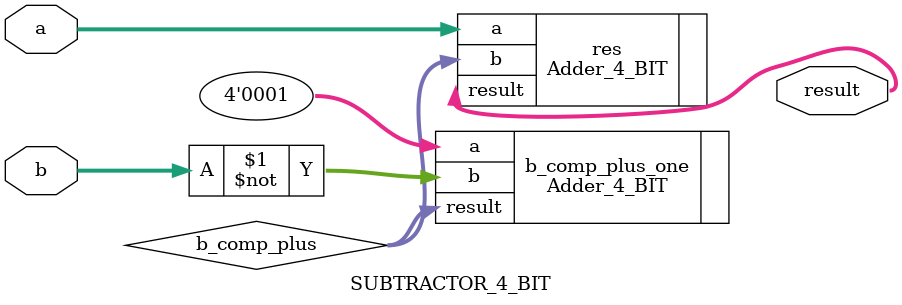
<source format=v>
`timescale 1ns / 1ps
module SUBTRACTOR_4_BIT(
    input [3:0] a,
    input [3:0] b,
    output  [3:0] result
    );
	 wire [3:0] b_comp_plus;
	 Adder_4_BIT b_comp_plus_one(.a(4'b0001),.b(~b),.result(b_comp_plus));
	 Adder_4_BIT res(.a(a),.b(b_comp_plus),.result(result));

endmodule

</source>
